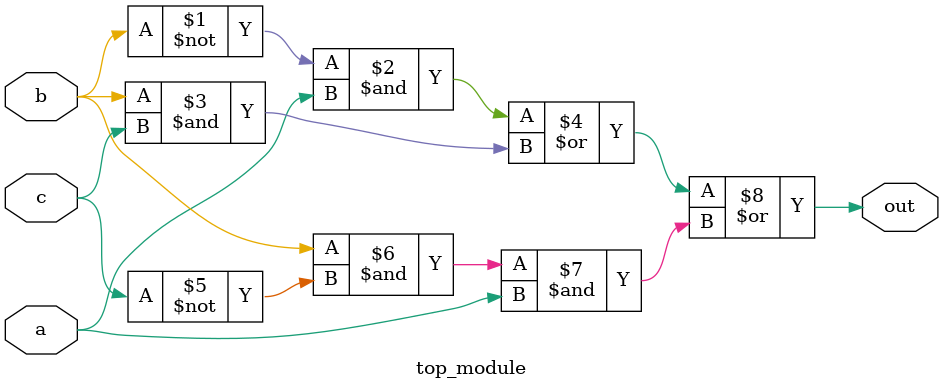
<source format=sv>
module top_module(
    input a, 
    input b,
    input c,
    output out
);

    assign out = (~b & a) | (b & c) | (b & ~c & a);

endmodule

</source>
